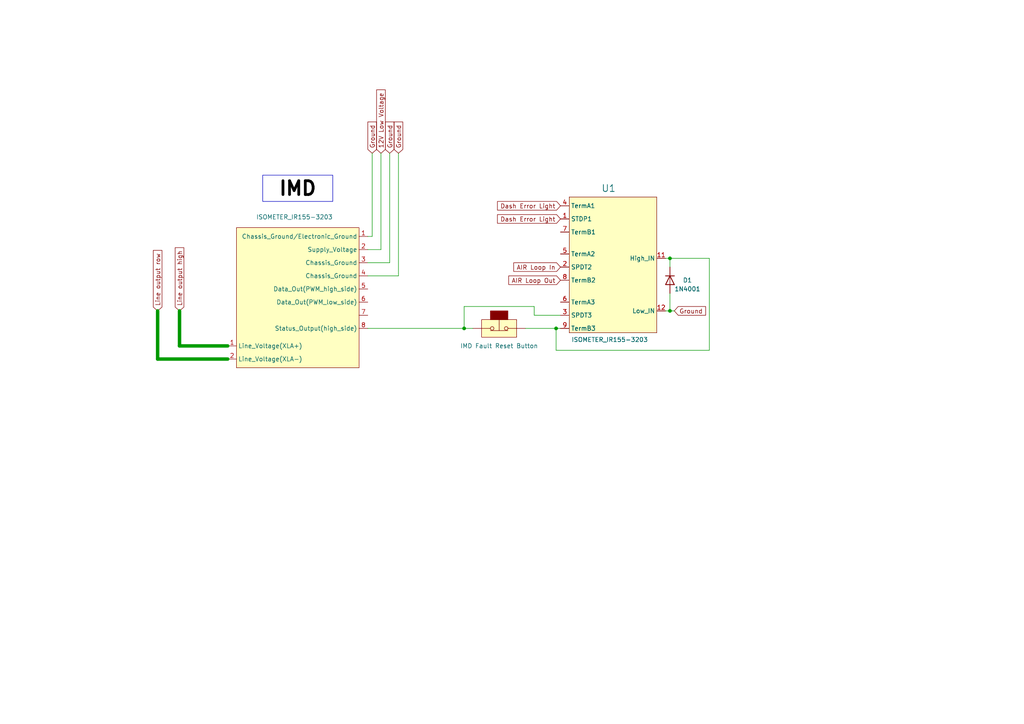
<source format=kicad_sch>
(kicad_sch (version 20230121) (generator eeschema)

  (uuid 6ec3cdcf-3d72-441d-8627-58bd9101e699)

  (paper "A4")

  (lib_symbols
    (symbol "CamachosSymbols:Safety Switch" (pin_numbers hide) (pin_names (offset 1.016) hide) (in_bom yes) (on_board yes)
      (property "Reference" "SW?" (at 0 7.62 0)
        (effects (font (size 1.27 1.27)))
      )
      (property "Value" "Safety Switch" (at 0 6.35 0)
        (effects (font (size 1.27 1.27)))
      )
      (property "Footprint" "" (at 0 5.08 0)
        (effects (font (size 1.27 1.27)) hide)
      )
      (property "Datasheet" "~" (at 0 5.08 0)
        (effects (font (size 1.27 1.27)) hide)
      )
      (property "ki_keywords" "switch normally-closed pushbutton push-button" (at 0 0 0)
        (effects (font (size 1.27 1.27)) hide)
      )
      (property "ki_description" "Push button switch, push-to-open, generic, two pins" (at 0 0 0)
        (effects (font (size 1.27 1.27)) hide)
      )
      (symbol "Safety Switch_0_1"
        (rectangle (start -5.08 2.54) (end 5.08 -2.54)
          (stroke (width 0) (type default))
          (fill (type background))
        )
        (circle (center -2.032 0) (radius 0.508)
          (stroke (width 0) (type default))
          (fill (type none))
        )
        (polyline
          (pts
            (xy -5.08 0)
            (xy -2.54 0)
          )
          (stroke (width 0) (type default))
          (fill (type none))
        )
        (polyline
          (pts
            (xy -2.54 -0.635)
            (xy 2.54 -0.635)
          )
          (stroke (width 0) (type default))
          (fill (type none))
        )
        (polyline
          (pts
            (xy 0 -0.635)
            (xy 0 1.27)
          )
          (stroke (width 0) (type default))
          (fill (type none))
        )
        (polyline
          (pts
            (xy 0 1.27)
            (xy 0 2.54)
          )
          (stroke (width 0) (type default))
          (fill (type none))
        )
        (polyline
          (pts
            (xy 2.54 0)
            (xy 5.08 0)
          )
          (stroke (width 0) (type default))
          (fill (type none))
        )
        (polyline
          (pts
            (xy -2.54 2.54)
            (xy -2.54 5.08)
            (xy 2.54 5.08)
            (xy 2.54 2.54)
            (xy -2.54 2.54)
          )
          (stroke (width 0) (type default))
          (fill (type outline))
        )
        (circle (center 2.032 0) (radius 0.508)
          (stroke (width 0) (type default))
          (fill (type none))
        )
        (pin passive line (at -7.62 0 0) (length 2.54)
          (name "A" (effects (font (size 1.27 1.27))))
          (number "1" (effects (font (size 1.27 1.27))))
        )
      )
      (symbol "Safety Switch_1_1"
        (pin passive line (at 7.62 0 180) (length 2.54)
          (name "B" (effects (font (size 1.27 1.27))))
          (number "2" (effects (font (size 1.27 1.27))))
        )
      )
    )
    (symbol "Diode:1N4001" (pin_numbers hide) (pin_names hide) (in_bom yes) (on_board yes)
      (property "Reference" "D" (at 0 2.54 0)
        (effects (font (size 1.27 1.27)))
      )
      (property "Value" "1N4001" (at 0 -2.54 0)
        (effects (font (size 1.27 1.27)))
      )
      (property "Footprint" "Diode_THT:D_DO-41_SOD81_P10.16mm_Horizontal" (at 0 0 0)
        (effects (font (size 1.27 1.27)) hide)
      )
      (property "Datasheet" "http://www.vishay.com/docs/88503/1n4001.pdf" (at 0 0 0)
        (effects (font (size 1.27 1.27)) hide)
      )
      (property "Sim.Device" "D" (at 0 0 0)
        (effects (font (size 1.27 1.27)) hide)
      )
      (property "Sim.Pins" "1=K 2=A" (at 0 0 0)
        (effects (font (size 1.27 1.27)) hide)
      )
      (property "ki_keywords" "diode" (at 0 0 0)
        (effects (font (size 1.27 1.27)) hide)
      )
      (property "ki_description" "50V 1A General Purpose Rectifier Diode, DO-41" (at 0 0 0)
        (effects (font (size 1.27 1.27)) hide)
      )
      (property "ki_fp_filters" "D*DO?41*" (at 0 0 0)
        (effects (font (size 1.27 1.27)) hide)
      )
      (symbol "1N4001_0_1"
        (polyline
          (pts
            (xy -1.27 1.27)
            (xy -1.27 -1.27)
          )
          (stroke (width 0.254) (type default))
          (fill (type none))
        )
        (polyline
          (pts
            (xy 1.27 0)
            (xy -1.27 0)
          )
          (stroke (width 0) (type default))
          (fill (type none))
        )
        (polyline
          (pts
            (xy 1.27 1.27)
            (xy 1.27 -1.27)
            (xy -1.27 0)
            (xy 1.27 1.27)
          )
          (stroke (width 0.254) (type default))
          (fill (type none))
        )
      )
      (symbol "1N4001_1_1"
        (pin passive line (at -3.81 0 0) (length 2.54)
          (name "K" (effects (font (size 1.27 1.27))))
          (number "1" (effects (font (size 1.27 1.27))))
        )
        (pin passive line (at 3.81 0 180) (length 2.54)
          (name "A" (effects (font (size 1.27 1.27))))
          (number "2" (effects (font (size 1.27 1.27))))
        )
      )
    )
    (symbol "Sevcon_Gen4_Size6_1" (in_bom yes) (on_board yes)
      (property "Reference" "U4" (at -10.16 17.78 0)
        (effects (font (size 1.27 1.27)) hide)
      )
      (property "Value" "ISOMETER_IR155-3203" (at 10.16 17.78 0)
        (effects (font (size 1.27 1.27)) (justify right top))
      )
      (property "Footprint" "" (at -19.05 -22.86 0)
        (effects (font (size 1.27 1.27) italic) hide)
      )
      (property "Datasheet" "" (at -19.05 -22.86 0)
        (effects (font (size 1.27 1.27)) hide)
      )
      (symbol "Sevcon_Gen4_Size6_1_0_1"
        (rectangle (start -17.78 13.97) (end 17.78 -26.67)
          (stroke (width 0) (type default))
          (fill (type background))
        )
      )
      (symbol "Sevcon_Gen4_Size6_1_1_1"
        (pin passive line (at 20.32 11.43 180) (length 2.54)
          (name "Chassis_Ground/Electronic_Ground" (effects (font (size 1.27 1.27))))
          (number "1" (effects (font (size 1.27 1.27))))
        )
        (pin passive line (at -20.32 -20.32 0) (length 2.54)
          (name "Line_Voltage(XLA+)" (effects (font (size 1.27 1.27))))
          (number "1" (effects (font (size 1.27 1.27))))
        )
        (pin passive line (at -20.32 -24.13 0) (length 2.54)
          (name "Line_Voltage(XLA-)" (effects (font (size 1.27 1.27))))
          (number "2" (effects (font (size 1.27 1.27))))
        )
        (pin passive line (at 20.32 7.62 180) (length 2.54)
          (name "Supply_Voltage" (effects (font (size 1.27 1.27))))
          (number "2" (effects (font (size 1.27 1.27))))
        )
        (pin passive line (at 20.32 3.81 180) (length 2.54)
          (name "Chassis_Ground" (effects (font (size 1.27 1.27))))
          (number "3" (effects (font (size 1.27 1.27))))
        )
        (pin passive line (at 20.32 0 180) (length 2.54)
          (name "Chassis_Ground" (effects (font (size 1.27 1.27))))
          (number "4" (effects (font (size 1.27 1.27))))
        )
        (pin passive line (at 20.32 -3.81 180) (length 2.54)
          (name "Data_Out(PWM_high_side)" (effects (font (size 1.27 1.27))))
          (number "5" (effects (font (size 1.27 1.27))))
        )
        (pin passive line (at 20.32 -7.62 180) (length 2.54)
          (name "Data_Out(PWM_low_side)" (effects (font (size 1.27 1.27))))
          (number "6" (effects (font (size 1.27 1.27))))
        )
        (pin passive line (at 20.32 -11.43 180) (length 2.54)
          (name "" (effects (font (size 1.27 1.27))))
          (number "7" (effects (font (size 1.27 1.27))))
        )
        (pin passive line (at 20.32 -15.24 180) (length 2.54)
          (name "Status_Output(high_side)" (effects (font (size 1.27 1.27))))
          (number "8" (effects (font (size 1.27 1.27))))
        )
      )
    )
    (symbol "Sevcon_Gen4_Size6_3" (in_bom yes) (on_board yes)
      (property "Reference" "U3" (at -6.35 16.51 0)
        (effects (font (size 2 2)))
      )
      (property "Value" "ISOMETER_IR155-3203" (at 5.08 -26.67 0)
        (effects (font (size 1.27 1.27)) (justify right top))
      )
      (property "Footprint" "" (at -19.05 -22.86 0)
        (effects (font (size 1.27 1.27) italic) hide)
      )
      (property "Datasheet" "" (at -19.05 -22.86 0)
        (effects (font (size 1.27 1.27)) hide)
      )
      (symbol "Sevcon_Gen4_Size6_3_0_1"
        (rectangle (start -17.78 13.97) (end 7.62 -25.4)
          (stroke (width 0) (type default))
          (fill (type background))
        )
      )
      (symbol "Sevcon_Gen4_Size6_3_1_1"
        (pin passive line (at -20.32 7.62 0) (length 2.54)
          (name "STDP1" (effects (font (size 1.27 1.27))))
          (number "1" (effects (font (size 1.27 1.27))))
        )
        (pin passive line (at 10.16 -3.81 180) (length 2.54)
          (name "High_IN" (effects (font (size 1.27 1.27))))
          (number "11" (effects (font (size 1.27 1.27))))
        )
        (pin passive line (at 10.16 -19.05 180) (length 2.54)
          (name "Low_IN" (effects (font (size 1.27 1.27))))
          (number "12" (effects (font (size 1.27 1.27))))
        )
        (pin passive line (at -20.32 -6.35 0) (length 2.54)
          (name "SPDT2" (effects (font (size 1.27 1.27))))
          (number "2" (effects (font (size 1.27 1.27))))
        )
        (pin passive line (at -20.32 -20.32 0) (length 2.54)
          (name "SPDT3" (effects (font (size 1.27 1.27))))
          (number "3" (effects (font (size 1.27 1.27))))
        )
        (pin passive line (at -20.32 11.43 0) (length 2.54)
          (name "TermA1" (effects (font (size 1.27 1.27))))
          (number "4" (effects (font (size 1.27 1.27))))
        )
        (pin passive line (at -20.32 -2.54 0) (length 2.54)
          (name "TermA2" (effects (font (size 1.27 1.27))))
          (number "5" (effects (font (size 1.27 1.27))))
        )
        (pin passive line (at -20.32 -16.51 0) (length 2.54)
          (name "TermA3" (effects (font (size 1.27 1.27))))
          (number "6" (effects (font (size 1.27 1.27))))
        )
        (pin passive line (at -20.32 3.81 0) (length 2.54)
          (name "TermB1" (effects (font (size 1.27 1.27))))
          (number "7" (effects (font (size 1.27 1.27))))
        )
        (pin passive line (at -20.32 -10.16 0) (length 2.54)
          (name "TermB2" (effects (font (size 1.27 1.27))))
          (number "8" (effects (font (size 1.27 1.27))))
        )
        (pin passive line (at -20.32 -24.13 0) (length 2.54)
          (name "TermB3" (effects (font (size 1.27 1.27))))
          (number "9" (effects (font (size 1.27 1.27))))
        )
      )
    )
  )

  (junction (at 194.31 90.17) (diameter 0) (color 0 0 0 0)
    (uuid 0a080709-2108-4188-bc89-ba7e1978a8cc)
  )
  (junction (at 161.29 95.25) (diameter 0) (color 0 0 0 0)
    (uuid 52206bf5-0e08-4201-887d-bea1196a4be6)
  )
  (junction (at 194.31 74.93) (diameter 0) (color 0 0 0 0)
    (uuid 52d611f9-d330-449b-a8ab-25af7aaed9a5)
  )
  (junction (at 134.62 95.25) (diameter 0) (color 0 0 0 0)
    (uuid c79e404c-8fad-42d5-9942-9a6aca050cf1)
  )

  (wire (pts (xy 106.68 72.39) (xy 110.49 72.39))
    (stroke (width 0) (type default))
    (uuid 096cf54b-8e34-493a-ad5f-764f9cac3c66)
  )
  (wire (pts (xy 52.07 100.33) (xy 66.04 100.33))
    (stroke (width 1) (type default))
    (uuid 0bf0bc92-22a0-4ad6-a614-71f3ea3dcd68)
  )
  (wire (pts (xy 134.62 88.9) (xy 154.94 88.9))
    (stroke (width 0) (type default))
    (uuid 11051942-1b7d-43db-9ed1-8f5b14fd3520)
  )
  (wire (pts (xy 194.31 90.17) (xy 194.31 85.09))
    (stroke (width 0) (type default))
    (uuid 221e1389-9adf-4da1-85fa-ab067c47bc1a)
  )
  (wire (pts (xy 106.68 68.58) (xy 107.95 68.58))
    (stroke (width 0) (type default))
    (uuid 22a7b2d5-a759-43e5-b923-336d4cb3bdd8)
  )
  (wire (pts (xy 193.04 90.17) (xy 194.31 90.17))
    (stroke (width 0) (type default))
    (uuid 2581be5e-884c-46b0-b7ab-10a947e7a429)
  )
  (wire (pts (xy 194.31 77.47) (xy 194.31 74.93))
    (stroke (width 0) (type default))
    (uuid 27407746-ac58-4913-b927-8ed8f85f1e02)
  )
  (wire (pts (xy 161.29 101.6) (xy 205.74 101.6))
    (stroke (width 0) (type default))
    (uuid 2cecb0ae-0ae8-42a3-a791-75579b402d9e)
  )
  (wire (pts (xy 134.62 95.25) (xy 137.16 95.25))
    (stroke (width 0) (type default))
    (uuid 4a8adfaa-c918-43a1-a901-a0f5a673522e)
  )
  (wire (pts (xy 113.03 44.45) (xy 113.03 76.2))
    (stroke (width 0) (type default))
    (uuid 4c0ea3e8-90c7-44a0-917a-43b856f86e55)
  )
  (wire (pts (xy 161.29 95.25) (xy 161.29 101.6))
    (stroke (width 0) (type default))
    (uuid 4d510536-2e6c-4997-83d1-ea2ec1bfac13)
  )
  (wire (pts (xy 161.29 95.25) (xy 162.56 95.25))
    (stroke (width 0) (type default))
    (uuid 50b73464-5f34-4868-84c9-abaa224b12bd)
  )
  (wire (pts (xy 205.74 74.93) (xy 205.74 101.6))
    (stroke (width 0) (type default))
    (uuid 5645fde2-d641-4c64-a89b-5431057d89ba)
  )
  (wire (pts (xy 194.31 74.93) (xy 205.74 74.93))
    (stroke (width 0) (type default))
    (uuid 5c3cd105-2124-4e13-aad5-11220bbee480)
  )
  (wire (pts (xy 106.68 80.01) (xy 115.57 80.01))
    (stroke (width 0) (type default))
    (uuid 6990b5b5-1ef7-47d9-bc26-f6ac9da1316f)
  )
  (wire (pts (xy 106.68 76.2) (xy 113.03 76.2))
    (stroke (width 0) (type default))
    (uuid 7e9566e3-6934-4380-8c87-b113a00e17d2)
  )
  (wire (pts (xy 154.94 88.9) (xy 154.94 91.44))
    (stroke (width 0) (type default))
    (uuid 8770eab3-d326-4c5e-bbb8-98dda2e2acc0)
  )
  (wire (pts (xy 154.94 91.44) (xy 162.56 91.44))
    (stroke (width 0) (type default))
    (uuid 8b6f9d44-f740-41d2-808d-47dfce6c61f0)
  )
  (wire (pts (xy 45.72 90.17) (xy 45.72 104.14))
    (stroke (width 1) (type default))
    (uuid b9fd529d-7526-4a75-9211-c598ba1dca8a)
  )
  (wire (pts (xy 66.04 104.14) (xy 45.72 104.14))
    (stroke (width 1) (type default))
    (uuid cf23cd68-0f20-4032-99a2-06f47a72da2e)
  )
  (wire (pts (xy 52.07 90.17) (xy 52.07 100.33))
    (stroke (width 1) (type default))
    (uuid d4eeb76f-6c59-48cc-9153-373f6b1f3056)
  )
  (wire (pts (xy 115.57 44.45) (xy 115.57 80.01))
    (stroke (width 0) (type default))
    (uuid d6f19195-94ff-4a2b-9397-1faebc344b3a)
  )
  (wire (pts (xy 110.49 44.45) (xy 110.49 72.39))
    (stroke (width 0) (type default))
    (uuid e37c82b5-a48a-47c1-8e30-efdae9855a7d)
  )
  (wire (pts (xy 152.4 95.25) (xy 161.29 95.25))
    (stroke (width 0) (type default))
    (uuid e3e178d5-bff0-4d70-86ff-0e012c62859e)
  )
  (wire (pts (xy 194.31 90.17) (xy 195.58 90.17))
    (stroke (width 0) (type default))
    (uuid e66c8e29-df80-4e7c-9404-8984c1c12ed5)
  )
  (wire (pts (xy 106.68 95.25) (xy 134.62 95.25))
    (stroke (width 0) (type default))
    (uuid e730f410-915f-4f5c-be00-c2cc1349e501)
  )
  (wire (pts (xy 107.95 68.58) (xy 107.95 44.45))
    (stroke (width 0) (type default))
    (uuid eecdcbef-0909-4207-8364-26ae16e8c5d4)
  )
  (wire (pts (xy 134.62 95.25) (xy 134.62 88.9))
    (stroke (width 0) (type default))
    (uuid f558da77-f54c-4d90-b23e-6a42eabc1d66)
  )
  (wire (pts (xy 193.04 74.93) (xy 194.31 74.93))
    (stroke (width 0) (type default))
    (uuid f887c407-e62f-4a40-b768-ec804e525470)
  )

  (text_box "IMD"
    (at 76.2 50.8 0) (size 20.32 7.62)
    (stroke (width 0) (type default))
    (fill (type none))
    (effects (font (size 4 4) (thickness 0.8) bold (color 0 0 0 1)))
    (uuid 48787f1b-393e-4027-843f-5afad9497a1b)
  )

  (global_label "Dash Error Light" (shape input) (at 162.56 59.69 180) (fields_autoplaced)
    (effects (font (size 1.27 1.27)) (justify right))
    (uuid 198e1e47-c0f5-49c3-9a99-e8476c89cdee)
    (property "Intersheetrefs" "${INTERSHEET_REFS}" (at 143.7303 59.69 0)
      (effects (font (size 1.27 1.27)) (justify right) hide)
    )
  )
  (global_label "Line output row" (shape input) (at 45.72 90.17 90) (fields_autoplaced)
    (effects (font (size 1.27 1.27)) (justify left))
    (uuid 30108406-3c6c-4680-bb53-ca9b0d6595ba)
    (property "Intersheetrefs" "${INTERSHEET_REFS}" (at 45.72 72.066 90)
      (effects (font (size 1.27 1.27)) (justify left) hide)
    )
  )
  (global_label "Ground" (shape input) (at 107.95 44.45 90) (fields_autoplaced)
    (effects (font (size 1.27 1.27)) (justify left))
    (uuid 42ab07e5-d11f-4a3f-979c-9d7072356da5)
    (property "Intersheetrefs" "${INTERSHEET_REFS}" (at 107.95 34.8126 90)
      (effects (font (size 1.27 1.27)) (justify left) hide)
    )
  )
  (global_label "Ground" (shape input) (at 113.03 44.45 90) (fields_autoplaced)
    (effects (font (size 1.27 1.27)) (justify left))
    (uuid 4d4295fc-3271-4c5b-a643-7a1cdb5c6ef5)
    (property "Intersheetrefs" "${INTERSHEET_REFS}" (at 113.03 34.8126 90)
      (effects (font (size 1.27 1.27)) (justify left) hide)
    )
  )
  (global_label "Dash Error Light" (shape input) (at 162.56 63.5 180) (fields_autoplaced)
    (effects (font (size 1.27 1.27)) (justify right))
    (uuid 51fac08d-84af-450a-af01-19ceadcc0cf9)
    (property "Intersheetrefs" "${INTERSHEET_REFS}" (at 143.7303 63.5 0)
      (effects (font (size 1.27 1.27)) (justify right) hide)
    )
  )
  (global_label "Ground" (shape input) (at 115.57 44.45 90) (fields_autoplaced)
    (effects (font (size 1.27 1.27)) (justify left))
    (uuid 57127618-36eb-4e41-8639-18ae08cacbdb)
    (property "Intersheetrefs" "${INTERSHEET_REFS}" (at 115.57 34.8126 90)
      (effects (font (size 1.27 1.27)) (justify left) hide)
    )
  )
  (global_label "Line output high" (shape input) (at 52.07 90.17 90) (fields_autoplaced)
    (effects (font (size 1.27 1.27)) (justify left))
    (uuid 8996329a-9a68-45d3-84ab-980a2d58203f)
    (property "Intersheetrefs" "${INTERSHEET_REFS}" (at 52.07 71.2799 90)
      (effects (font (size 1.27 1.27)) (justify left) hide)
    )
  )
  (global_label "12V Low Voltage" (shape input) (at 110.49 44.45 90) (fields_autoplaced)
    (effects (font (size 1.27 1.27)) (justify left))
    (uuid 8ac1f9eb-1168-42e5-b7cb-3b7f600c4f23)
    (property "Intersheetrefs" "${INTERSHEET_REFS}" (at 110.49 25.4993 90)
      (effects (font (size 1.27 1.27)) (justify left) hide)
    )
  )
  (global_label "Ground" (shape input) (at 195.58 90.17 0) (fields_autoplaced)
    (effects (font (size 1.27 1.27)) (justify left))
    (uuid 8cf478d2-4ff8-4d53-b835-d7f31c94aa9e)
    (property "Intersheetrefs" "${INTERSHEET_REFS}" (at 205.2174 90.17 0)
      (effects (font (size 1.27 1.27)) (justify left) hide)
    )
  )
  (global_label "AIR Loop Out" (shape input) (at 162.56 81.28 180) (fields_autoplaced)
    (effects (font (size 1.27 1.27)) (justify right))
    (uuid ac765011-45e8-4b83-8708-a975d97c3169)
    (property "Intersheetrefs" "${INTERSHEET_REFS}" (at 146.9959 81.28 0)
      (effects (font (size 1.27 1.27)) (justify right) hide)
    )
  )
  (global_label "AIR Loop In" (shape input) (at 162.56 77.47 180) (fields_autoplaced)
    (effects (font (size 1.27 1.27)) (justify right))
    (uuid e3274d18-a8c1-408f-9852-d217c453e668)
    (property "Intersheetrefs" "${INTERSHEET_REFS}" (at 148.4473 77.47 0)
      (effects (font (size 1.27 1.27)) (justify right) hide)
    )
  )

  (symbol (lib_id "Diode:1N4001") (at 194.31 81.28 270) (unit 1)
    (in_bom yes) (on_board yes) (dnp no)
    (uuid 7ea7a69c-b28c-402d-86d2-6374e636ce8e)
    (property "Reference" "D1" (at 199.39 81.28 90)
      (effects (font (size 1.27 1.27)))
    )
    (property "Value" "1N4001" (at 199.39 83.82 90)
      (effects (font (size 1.27 1.27)))
    )
    (property "Footprint" "Diode_THT:D_DO-41_SOD81_P10.16mm_Horizontal" (at 194.31 81.28 0)
      (effects (font (size 1.27 1.27)) hide)
    )
    (property "Datasheet" "http://www.vishay.com/docs/88503/1n4001.pdf" (at 194.31 81.28 0)
      (effects (font (size 1.27 1.27)) hide)
    )
    (property "Sim.Device" "D" (at 194.31 81.28 0)
      (effects (font (size 1.27 1.27)) hide)
    )
    (property "Sim.Pins" "1=K 2=A" (at 194.31 81.28 0)
      (effects (font (size 1.27 1.27)) hide)
    )
    (pin "1" (uuid 7a0748aa-c70c-46bb-8b6b-3e299792a6da))
    (pin "2" (uuid af50c9ab-017b-432a-9fb9-f9851ef98238))
    (instances
      (project "Car_TractiveSystem_v2"
        (path "/588b5c14-1813-4e1d-9dbe-940839ecebe3/bd0f359d-54a3-4689-98a4-b95a5e1e6024"
          (reference "D1") (unit 1)
        )
      )
    )
  )

  (symbol (lib_id "CamachosSymbols:Safety Switch") (at 144.78 95.25 0) (unit 1)
    (in_bom yes) (on_board yes) (dnp no)
    (uuid 940abd71-ede3-4002-87ec-896c9903d72c)
    (property "Reference" "SW3" (at 139.7 91.44 0)
      (effects (font (size 1.27 1.27)) hide)
    )
    (property "Value" "IMD Fault Reset Button" (at 144.78 100.33 0)
      (effects (font (size 1.27 1.27)))
    )
    (property "Footprint" "" (at 144.78 90.17 0)
      (effects (font (size 1.27 1.27)) hide)
    )
    (property "Datasheet" "~" (at 144.78 90.17 0)
      (effects (font (size 1.27 1.27)) hide)
    )
    (pin "1" (uuid eb205441-279c-4938-b931-b369564f968e))
    (pin "2" (uuid a2ceaddc-141a-4b6b-a1a5-ed8375c36311))
    (instances
      (project "Car_TractiveSystem_v2"
        (path "/588b5c14-1813-4e1d-9dbe-940839ecebe3"
          (reference "SW3") (unit 1)
        )
        (path "/588b5c14-1813-4e1d-9dbe-940839ecebe3/e4490b15-8d64-4c6b-989b-1c2488feee21"
          (reference "SW7") (unit 1)
        )
        (path "/588b5c14-1813-4e1d-9dbe-940839ecebe3/bd0f359d-54a3-4689-98a4-b95a5e1e6024"
          (reference "SW8") (unit 1)
        )
      )
    )
  )

  (symbol (lib_name "Sevcon_Gen4_Size6_1") (lib_id "CamachosSymbols:Sevcon_Gen4_Size6") (at 86.36 80.01 0) (unit 1)
    (in_bom yes) (on_board yes) (dnp no)
    (uuid b9d6aae9-4335-4dae-b72c-2163d1d6336d)
    (property "Reference" "U1" (at 76.2 62.23 0)
      (effects (font (size 1.27 1.27)) hide)
    )
    (property "Value" "ISOMETER_IR155-3203" (at 96.52 62.23 0)
      (effects (font (size 1.27 1.27)) (justify right top))
    )
    (property "Footprint" "" (at 67.31 102.87 0)
      (effects (font (size 1.27 1.27) italic) hide)
    )
    (property "Datasheet" "" (at 67.31 102.87 0)
      (effects (font (size 1.27 1.27)) hide)
    )
    (pin "1" (uuid 3a1a44e0-4d03-4288-b0d2-c99b87a070f1))
    (pin "1" (uuid 3a1a44e0-4d03-4288-b0d2-c99b87a070f1))
    (pin "2" (uuid b30444d8-abdf-4a90-80cc-44118a5c1e64))
    (pin "2" (uuid b30444d8-abdf-4a90-80cc-44118a5c1e64))
    (pin "3" (uuid e0530b5c-4fa9-41bc-8668-8396b2772151))
    (pin "4" (uuid 7ac2d8cc-9973-42f4-82b3-b943e3f6c218))
    (pin "5" (uuid e3490414-46a3-4bb4-9dfb-4298dfb38477))
    (pin "6" (uuid bca1f96e-86a4-4234-8319-d1d3d7adb658))
    (pin "7" (uuid e7ea078b-1179-4881-a801-01f2cd04c832))
    (pin "8" (uuid 0bbac739-c455-4426-be53-3bbc8646e0a1))
    (instances
      (project "Car_TractiveSystem_v2"
        (path "/588b5c14-1813-4e1d-9dbe-940839ecebe3"
          (reference "U1") (unit 1)
        )
        (path "/588b5c14-1813-4e1d-9dbe-940839ecebe3/e4490b15-8d64-4c6b-989b-1c2488feee21"
          (reference "U4") (unit 1)
        )
        (path "/588b5c14-1813-4e1d-9dbe-940839ecebe3/bd0f359d-54a3-4689-98a4-b95a5e1e6024"
          (reference "U5") (unit 1)
        )
      )
    )
  )

  (symbol (lib_name "Sevcon_Gen4_Size6_3") (lib_id "CamachosSymbols:Sevcon_Gen4_Size6") (at 182.88 71.12 0) (unit 1)
    (in_bom yes) (on_board yes) (dnp no)
    (uuid d949bbaa-3bfa-473a-b106-2fd22c929291)
    (property "Reference" "U1" (at 176.53 54.61 0)
      (effects (font (size 2 2)))
    )
    (property "Value" "ISOMETER_IR155-3203" (at 187.96 97.79 0)
      (effects (font (size 1.27 1.27)) (justify right top))
    )
    (property "Footprint" "" (at 163.83 93.98 0)
      (effects (font (size 1.27 1.27) italic) hide)
    )
    (property "Datasheet" "" (at 163.83 93.98 0)
      (effects (font (size 1.27 1.27)) hide)
    )
    (pin "1" (uuid 7fa15f0b-bb19-4ac2-a6e4-a9d2da4b8bb8))
    (pin "11" (uuid 6fde4939-5bad-4834-8ed1-981b5cc59567))
    (pin "12" (uuid e96e8729-7035-451c-b06c-3a67cc6ff760))
    (pin "2" (uuid fbcf5938-c0b7-478b-84d9-3347de73de15))
    (pin "3" (uuid 51e31265-93ed-4e5a-a16b-aa90f31dca22))
    (pin "4" (uuid d9a3aa05-15fb-4cfc-b0fc-5266577b429e))
    (pin "5" (uuid 804402bf-db7c-4e3a-b128-f7ebb6b2e912))
    (pin "6" (uuid 2e65f31f-a932-4134-882c-1eb17531552d))
    (pin "7" (uuid d611046d-dd80-46dd-804b-8a90e6e293ff))
    (pin "8" (uuid 5ac4ccac-041c-445c-b7e6-d0d5939de5c9))
    (pin "9" (uuid 62386927-b884-4fa7-89b5-8df26f5b475a))
    (instances
      (project "Car_TractiveSystem_v2"
        (path "/588b5c14-1813-4e1d-9dbe-940839ecebe3"
          (reference "U1") (unit 1)
        )
        (path "/588b5c14-1813-4e1d-9dbe-940839ecebe3/e4490b15-8d64-4c6b-989b-1c2488feee21"
          (reference "3_WAY_SPDT") (unit 1)
        )
        (path "/588b5c14-1813-4e1d-9dbe-940839ecebe3/bd0f359d-54a3-4689-98a4-b95a5e1e6024"
          (reference "U3") (unit 1)
        )
      )
    )
  )
)

</source>
